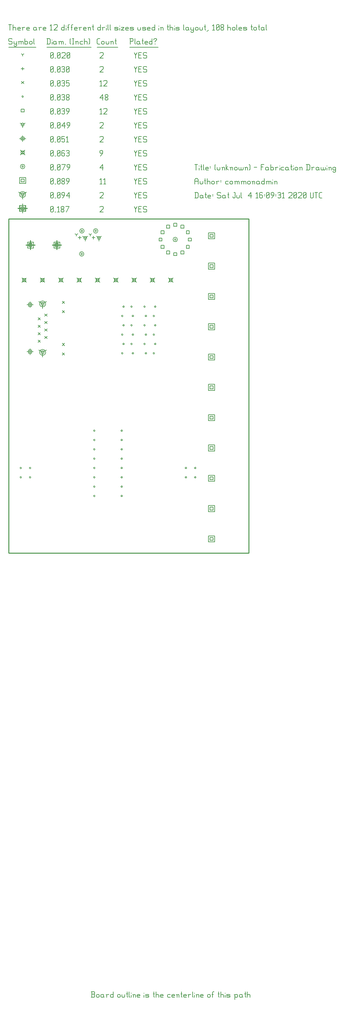
<source format=gbr>
G04 start of page 17 for group -3984 idx -3984 *
G04 Title: (unknown), fab *
G04 Creator: pcb 4.2.0 *
G04 CreationDate: Sat Jul  4 16:09:31 2020 UTC *
G04 For: commonadmin *
G04 Format: Gerber/RS-274X *
G04 PCB-Dimensions (mil): 3500.00 8250.00 *
G04 PCB-Coordinate-Origin: lower left *
%MOIN*%
%FSLAX25Y25*%
%LNFAB*%
%ADD211C,0.0100*%
%ADD210C,0.0075*%
%ADD209C,0.0060*%
%ADD208R,0.0080X0.0080*%
G54D208*X23500Y801800D02*Y792200D01*
X18700Y797000D02*X28300D01*
X21900Y798600D02*X25100D01*
X21900D02*Y795400D01*
X25100D01*
Y798600D02*Y795400D01*
X20300Y800200D02*X26700D01*
X20300D02*Y793800D01*
X26700D01*
Y800200D02*Y793800D01*
X51846Y801800D02*Y792200D01*
X47046Y797000D02*X56646D01*
X50246Y798600D02*X53446D01*
X50246D02*Y795400D01*
X53446D01*
Y798600D02*Y795400D01*
X48646Y800200D02*X55046D01*
X48646D02*Y793800D01*
X55046D01*
Y800200D02*Y793800D01*
X15000Y841050D02*Y831450D01*
X10200Y836250D02*X19800D01*
X13400Y837850D02*X16600D01*
X13400D02*Y834650D01*
X16600D01*
Y837850D02*Y834650D01*
X11800Y839450D02*X18200D01*
X11800D02*Y833050D01*
X18200D01*
Y839450D02*Y833050D01*
G54D209*X135000Y838500D02*X136500Y835500D01*
X138000Y838500D01*
X136500Y835500D02*Y832500D01*
X139800Y835800D02*X142050D01*
X139800Y832500D02*X142800D01*
X139800Y838500D02*Y832500D01*
Y838500D02*X142800D01*
X147600D02*X148350Y837750D01*
X145350Y838500D02*X147600D01*
X144600Y837750D02*X145350Y838500D01*
X144600Y837750D02*Y836250D01*
X145350Y835500D01*
X147600D01*
X148350Y834750D01*
Y833250D01*
X147600Y832500D02*X148350Y833250D01*
X145350Y832500D02*X147600D01*
X144600Y833250D02*X145350Y832500D01*
X98000Y837750D02*X98750Y838500D01*
X101000D01*
X101750Y837750D01*
Y836250D01*
X98000Y832500D02*X101750Y836250D01*
X98000Y832500D02*X101750D01*
X45000Y833250D02*X45750Y832500D01*
X45000Y837750D02*Y833250D01*
Y837750D02*X45750Y838500D01*
X47250D01*
X48000Y837750D01*
Y833250D01*
X47250Y832500D02*X48000Y833250D01*
X45750Y832500D02*X47250D01*
X45000Y834000D02*X48000Y837000D01*
X49800Y832500D02*X50550D01*
X52350Y837300D02*X53550Y838500D01*
Y832500D01*
X52350D02*X54600D01*
X56400Y833250D02*X57150Y832500D01*
X56400Y834450D02*Y833250D01*
Y834450D02*X57450Y835500D01*
X58350D01*
X59400Y834450D01*
Y833250D01*
X58650Y832500D02*X59400Y833250D01*
X57150Y832500D02*X58650D01*
X56400Y836550D02*X57450Y835500D01*
X56400Y837750D02*Y836550D01*
Y837750D02*X57150Y838500D01*
X58650D01*
X59400Y837750D01*
Y836550D01*
X58350Y835500D02*X59400Y836550D01*
X61950Y832500D02*X64950Y838500D01*
X61200D02*X64950D01*
X36500Y682000D02*Y677200D01*
Y682000D02*X40660Y684400D01*
X36500Y682000D02*X32340Y684400D01*
X34900Y682000D02*G75*G03X38100Y682000I1600J0D01*G01*
G75*G03X34900Y682000I-1600J0D01*G01*
X33300D02*G75*G03X39700Y682000I3200J0D01*G01*
G75*G03X33300Y682000I-3200J0D01*G01*
X36500Y733969D02*Y729169D01*
Y733969D02*X40660Y736369D01*
X36500Y733969D02*X32340Y736369D01*
X34900Y733969D02*G75*G03X38100Y733969I1600J0D01*G01*
G75*G03X34900Y733969I-1600J0D01*G01*
X33300D02*G75*G03X39700Y733969I3200J0D01*G01*
G75*G03X33300Y733969I-3200J0D01*G01*
X15000Y851250D02*Y846450D01*
Y851250D02*X19160Y853650D01*
X15000Y851250D02*X10840Y853650D01*
X13400Y851250D02*G75*G03X16600Y851250I1600J0D01*G01*
G75*G03X13400Y851250I-1600J0D01*G01*
X11800D02*G75*G03X18200Y851250I3200J0D01*G01*
G75*G03X11800Y851250I-3200J0D01*G01*
X135000Y853500D02*X136500Y850500D01*
X138000Y853500D01*
X136500Y850500D02*Y847500D01*
X139800Y850800D02*X142050D01*
X139800Y847500D02*X142800D01*
X139800Y853500D02*Y847500D01*
Y853500D02*X142800D01*
X147600D02*X148350Y852750D01*
X145350Y853500D02*X147600D01*
X144600Y852750D02*X145350Y853500D01*
X144600Y852750D02*Y851250D01*
X145350Y850500D01*
X147600D01*
X148350Y849750D01*
Y848250D01*
X147600Y847500D02*X148350Y848250D01*
X145350Y847500D02*X147600D01*
X144600Y848250D02*X145350Y847500D01*
X98000Y852750D02*X98750Y853500D01*
X101000D01*
X101750Y852750D01*
Y851250D01*
X98000Y847500D02*X101750Y851250D01*
X98000Y847500D02*X101750D01*
X45000Y848250D02*X45750Y847500D01*
X45000Y852750D02*Y848250D01*
Y852750D02*X45750Y853500D01*
X47250D01*
X48000Y852750D01*
Y848250D01*
X47250Y847500D02*X48000Y848250D01*
X45750Y847500D02*X47250D01*
X45000Y849000D02*X48000Y852000D01*
X49800Y847500D02*X50550D01*
X52350Y848250D02*X53100Y847500D01*
X52350Y852750D02*Y848250D01*
Y852750D02*X53100Y853500D01*
X54600D01*
X55350Y852750D01*
Y848250D01*
X54600Y847500D02*X55350Y848250D01*
X53100Y847500D02*X54600D01*
X52350Y849000D02*X55350Y852000D01*
X57900Y847500D02*X60150Y850500D01*
Y852750D02*Y850500D01*
X59400Y853500D02*X60150Y852750D01*
X57900Y853500D02*X59400D01*
X57150Y852750D02*X57900Y853500D01*
X57150Y852750D02*Y851250D01*
X57900Y850500D01*
X60150D01*
X61950Y849750D02*X64950Y853500D01*
X61950Y849750D02*X65700D01*
X64950Y853500D02*Y847500D01*
X216400Y483600D02*X219600D01*
X216400D02*Y480400D01*
X219600D01*
Y483600D02*Y480400D01*
X214800Y485200D02*X221200D01*
X214800D02*Y478800D01*
X221200D01*
Y485200D02*Y478800D01*
X216400Y516100D02*X219600D01*
X216400D02*Y512900D01*
X219600D01*
Y516100D02*Y512900D01*
X214800Y517700D02*X221200D01*
X214800D02*Y511300D01*
X221200D01*
Y517700D02*Y511300D01*
X216400Y808600D02*X219600D01*
X216400D02*Y805400D01*
X219600D01*
Y808600D02*Y805400D01*
X214800Y810200D02*X221200D01*
X214800D02*Y803800D01*
X221200D01*
Y810200D02*Y803800D01*
X216400Y776100D02*X219600D01*
X216400D02*Y772900D01*
X219600D01*
Y776100D02*Y772900D01*
X214800Y777700D02*X221200D01*
X214800D02*Y771300D01*
X221200D01*
Y777700D02*Y771300D01*
X216400Y743600D02*X219600D01*
X216400D02*Y740400D01*
X219600D01*
Y743600D02*Y740400D01*
X214800Y745200D02*X221200D01*
X214800D02*Y738800D01*
X221200D01*
Y745200D02*Y738800D01*
X216400Y711100D02*X219600D01*
X216400D02*Y707900D01*
X219600D01*
Y711100D02*Y707900D01*
X214800Y712700D02*X221200D01*
X214800D02*Y706300D01*
X221200D01*
Y712700D02*Y706300D01*
X216400Y678600D02*X219600D01*
X216400D02*Y675400D01*
X219600D01*
Y678600D02*Y675400D01*
X214800Y680200D02*X221200D01*
X214800D02*Y673800D01*
X221200D01*
Y680200D02*Y673800D01*
X216400Y646100D02*X219600D01*
X216400D02*Y642900D01*
X219600D01*
Y646100D02*Y642900D01*
X214800Y647700D02*X221200D01*
X214800D02*Y641300D01*
X221200D01*
Y647700D02*Y641300D01*
X216400Y613600D02*X219600D01*
X216400D02*Y610400D01*
X219600D01*
Y613600D02*Y610400D01*
X214800Y615200D02*X221200D01*
X214800D02*Y608800D01*
X221200D01*
Y615200D02*Y608800D01*
X216400Y581100D02*X219600D01*
X216400D02*Y577900D01*
X219600D01*
Y581100D02*Y577900D01*
X214800Y582700D02*X221200D01*
X214800D02*Y576300D01*
X221200D01*
Y582700D02*Y576300D01*
X216400Y548600D02*X219600D01*
X216400D02*Y545400D01*
X219600D01*
Y548600D02*Y545400D01*
X214800Y550200D02*X221200D01*
X214800D02*Y543800D01*
X221200D01*
Y550200D02*Y543800D01*
X13400Y867850D02*X16600D01*
X13400D02*Y864650D01*
X16600D01*
Y867850D02*Y864650D01*
X11800Y869450D02*X18200D01*
X11800D02*Y863050D01*
X18200D01*
Y869450D02*Y863050D01*
X135000Y868500D02*X136500Y865500D01*
X138000Y868500D01*
X136500Y865500D02*Y862500D01*
X139800Y865800D02*X142050D01*
X139800Y862500D02*X142800D01*
X139800Y868500D02*Y862500D01*
Y868500D02*X142800D01*
X147600D02*X148350Y867750D01*
X145350Y868500D02*X147600D01*
X144600Y867750D02*X145350Y868500D01*
X144600Y867750D02*Y866250D01*
X145350Y865500D01*
X147600D01*
X148350Y864750D01*
Y863250D01*
X147600Y862500D02*X148350Y863250D01*
X145350Y862500D02*X147600D01*
X144600Y863250D02*X145350Y862500D01*
X98000Y867300D02*X99200Y868500D01*
Y862500D01*
X98000D02*X100250D01*
X102050Y867300D02*X103250Y868500D01*
Y862500D01*
X102050D02*X104300D01*
X45000Y863250D02*X45750Y862500D01*
X45000Y867750D02*Y863250D01*
Y867750D02*X45750Y868500D01*
X47250D01*
X48000Y867750D01*
Y863250D01*
X47250Y862500D02*X48000Y863250D01*
X45750Y862500D02*X47250D01*
X45000Y864000D02*X48000Y867000D01*
X49800Y862500D02*X50550D01*
X52350Y863250D02*X53100Y862500D01*
X52350Y867750D02*Y863250D01*
Y867750D02*X53100Y868500D01*
X54600D01*
X55350Y867750D01*
Y863250D01*
X54600Y862500D02*X55350Y863250D01*
X53100Y862500D02*X54600D01*
X52350Y864000D02*X55350Y867000D01*
X57150Y863250D02*X57900Y862500D01*
X57150Y864450D02*Y863250D01*
Y864450D02*X58200Y865500D01*
X59100D01*
X60150Y864450D01*
Y863250D01*
X59400Y862500D02*X60150Y863250D01*
X57900Y862500D02*X59400D01*
X57150Y866550D02*X58200Y865500D01*
X57150Y867750D02*Y866550D01*
Y867750D02*X57900Y868500D01*
X59400D01*
X60150Y867750D01*
Y866550D01*
X59100Y865500D02*X60150Y866550D01*
X62700Y862500D02*X64950Y865500D01*
Y867750D02*Y865500D01*
X64200Y868500D02*X64950Y867750D01*
X62700Y868500D02*X64200D01*
X61950Y867750D02*X62700Y868500D01*
X61950Y867750D02*Y866250D01*
X62700Y865500D01*
X64950D01*
X178200Y803000D02*G75*G03X179800Y803000I800J0D01*G01*
G75*G03X178200Y803000I-800J0D01*G01*
X176600D02*G75*G03X181400Y803000I2400J0D01*G01*
G75*G03X176600Y803000I-2400J0D01*G01*
X77700Y787500D02*G75*G03X79300Y787500I800J0D01*G01*
G75*G03X77700Y787500I-800J0D01*G01*
X76100D02*G75*G03X80900Y787500I2400J0D01*G01*
G75*G03X76100Y787500I-2400J0D01*G01*
X77940Y812205D02*G75*G03X79540Y812205I800J0D01*G01*
G75*G03X77940Y812205I-800J0D01*G01*
X76340D02*G75*G03X81140Y812205I2400J0D01*G01*
G75*G03X76340Y812205I-2400J0D01*G01*
X92704D02*G75*G03X94304Y812205I800J0D01*G01*
G75*G03X92704Y812205I-800J0D01*G01*
X91104D02*G75*G03X95904Y812205I2400J0D01*G01*
G75*G03X91104Y812205I-2400J0D01*G01*
X14200Y881250D02*G75*G03X15800Y881250I800J0D01*G01*
G75*G03X14200Y881250I-800J0D01*G01*
X12600D02*G75*G03X17400Y881250I2400J0D01*G01*
G75*G03X12600Y881250I-2400J0D01*G01*
X135000Y883500D02*X136500Y880500D01*
X138000Y883500D01*
X136500Y880500D02*Y877500D01*
X139800Y880800D02*X142050D01*
X139800Y877500D02*X142800D01*
X139800Y883500D02*Y877500D01*
Y883500D02*X142800D01*
X147600D02*X148350Y882750D01*
X145350Y883500D02*X147600D01*
X144600Y882750D02*X145350Y883500D01*
X144600Y882750D02*Y881250D01*
X145350Y880500D01*
X147600D01*
X148350Y879750D01*
Y878250D01*
X147600Y877500D02*X148350Y878250D01*
X145350Y877500D02*X147600D01*
X144600Y878250D02*X145350Y877500D01*
X98000Y879750D02*X101000Y883500D01*
X98000Y879750D02*X101750D01*
X101000Y883500D02*Y877500D01*
X45000Y878250D02*X45750Y877500D01*
X45000Y882750D02*Y878250D01*
Y882750D02*X45750Y883500D01*
X47250D01*
X48000Y882750D01*
Y878250D01*
X47250Y877500D02*X48000Y878250D01*
X45750Y877500D02*X47250D01*
X45000Y879000D02*X48000Y882000D01*
X49800Y877500D02*X50550D01*
X52350Y878250D02*X53100Y877500D01*
X52350Y882750D02*Y878250D01*
Y882750D02*X53100Y883500D01*
X54600D01*
X55350Y882750D01*
Y878250D01*
X54600Y877500D02*X55350Y878250D01*
X53100Y877500D02*X54600D01*
X52350Y879000D02*X55350Y882000D01*
X57900Y877500D02*X60900Y883500D01*
X57150D02*X60900D01*
X63450Y877500D02*X65700Y880500D01*
Y882750D02*Y880500D01*
X64950Y883500D02*X65700Y882750D01*
X63450Y883500D02*X64950D01*
X62700Y882750D02*X63450Y883500D01*
X62700Y882750D02*Y881250D01*
X63450Y880500D01*
X65700D01*
X14360Y761900D02*X19160Y757100D01*
X14360D02*X19160Y761900D01*
X15160Y761100D02*X18360D01*
X15160D02*Y757900D01*
X18360D01*
Y761100D02*Y757900D01*
X34045Y761900D02*X38845Y757100D01*
X34045D02*X38845Y761900D01*
X34845Y761100D02*X38045D01*
X34845D02*Y757900D01*
X38045D01*
Y761100D02*Y757900D01*
X53730Y761900D02*X58530Y757100D01*
X53730D02*X58530Y761900D01*
X54530Y761100D02*X57730D01*
X54530D02*Y757900D01*
X57730D01*
Y761100D02*Y757900D01*
X73415Y761900D02*X78215Y757100D01*
X73415D02*X78215Y761900D01*
X74215Y761100D02*X77415D01*
X74215D02*Y757900D01*
X77415D01*
Y761100D02*Y757900D01*
X93100Y761900D02*X97900Y757100D01*
X93100D02*X97900Y761900D01*
X93900Y761100D02*X97100D01*
X93900D02*Y757900D01*
X97100D01*
Y761100D02*Y757900D01*
X112785Y761900D02*X117585Y757100D01*
X112785D02*X117585Y761900D01*
X113585Y761100D02*X116785D01*
X113585D02*Y757900D01*
X116785D01*
Y761100D02*Y757900D01*
X132470Y761900D02*X137270Y757100D01*
X132470D02*X137270Y761900D01*
X133270Y761100D02*X136470D01*
X133270D02*Y757900D01*
X136470D01*
Y761100D02*Y757900D01*
X152155Y761900D02*X156955Y757100D01*
X152155D02*X156955Y761900D01*
X152955Y761100D02*X156155D01*
X152955D02*Y757900D01*
X156155D01*
Y761100D02*Y757900D01*
X171840Y761900D02*X176640Y757100D01*
X171840D02*X176640Y761900D01*
X172640Y761100D02*X175840D01*
X172640D02*Y757900D01*
X175840D01*
Y761100D02*Y757900D01*
X12600Y898650D02*X17400Y893850D01*
X12600D02*X17400Y898650D01*
X13400Y897850D02*X16600D01*
X13400D02*Y894650D01*
X16600D01*
Y897850D02*Y894650D01*
X135000Y898500D02*X136500Y895500D01*
X138000Y898500D01*
X136500Y895500D02*Y892500D01*
X139800Y895800D02*X142050D01*
X139800Y892500D02*X142800D01*
X139800Y898500D02*Y892500D01*
Y898500D02*X142800D01*
X147600D02*X148350Y897750D01*
X145350Y898500D02*X147600D01*
X144600Y897750D02*X145350Y898500D01*
X144600Y897750D02*Y896250D01*
X145350Y895500D01*
X147600D01*
X148350Y894750D01*
Y893250D01*
X147600Y892500D02*X148350Y893250D01*
X145350Y892500D02*X147600D01*
X144600Y893250D02*X145350Y892500D01*
X98750D02*X101000Y895500D01*
Y897750D02*Y895500D01*
X100250Y898500D02*X101000Y897750D01*
X98750Y898500D02*X100250D01*
X98000Y897750D02*X98750Y898500D01*
X98000Y897750D02*Y896250D01*
X98750Y895500D01*
X101000D01*
X45000Y893250D02*X45750Y892500D01*
X45000Y897750D02*Y893250D01*
Y897750D02*X45750Y898500D01*
X47250D01*
X48000Y897750D01*
Y893250D01*
X47250Y892500D02*X48000Y893250D01*
X45750Y892500D02*X47250D01*
X45000Y894000D02*X48000Y897000D01*
X49800Y892500D02*X50550D01*
X52350Y893250D02*X53100Y892500D01*
X52350Y897750D02*Y893250D01*
Y897750D02*X53100Y898500D01*
X54600D01*
X55350Y897750D01*
Y893250D01*
X54600Y892500D02*X55350Y893250D01*
X53100Y892500D02*X54600D01*
X52350Y894000D02*X55350Y897000D01*
X59400Y898500D02*X60150Y897750D01*
X57900Y898500D02*X59400D01*
X57150Y897750D02*X57900Y898500D01*
X57150Y897750D02*Y893250D01*
X57900Y892500D01*
X59400Y895800D02*X60150Y895050D01*
X57150Y895800D02*X59400D01*
X57900Y892500D02*X59400D01*
X60150Y893250D01*
Y895050D02*Y893250D01*
X61950Y897750D02*X62700Y898500D01*
X64200D01*
X64950Y897750D01*
X64200Y892500D02*X64950Y893250D01*
X62700Y892500D02*X64200D01*
X61950Y893250D02*X62700Y892500D01*
Y895800D02*X64200D01*
X64950Y897750D02*Y896550D01*
Y895050D02*Y893250D01*
Y895050D02*X64200Y895800D01*
X64950Y896550D02*X64200Y895800D01*
X22996Y736381D02*Y729981D01*
X19796Y733181D02*X26196D01*
X21396Y734781D02*X24596D01*
X21396D02*Y731581D01*
X24596D01*
Y734781D02*Y731581D01*
X22996Y685987D02*Y679587D01*
X19796Y682787D02*X26196D01*
X21396Y684387D02*X24596D01*
X21396D02*Y681187D01*
X24596D01*
Y684387D02*Y681187D01*
X15000Y914450D02*Y908050D01*
X11800Y911250D02*X18200D01*
X13400Y912850D02*X16600D01*
X13400D02*Y909650D01*
X16600D01*
Y912850D02*Y909650D01*
X135000Y913500D02*X136500Y910500D01*
X138000Y913500D01*
X136500Y910500D02*Y907500D01*
X139800Y910800D02*X142050D01*
X139800Y907500D02*X142800D01*
X139800Y913500D02*Y907500D01*
Y913500D02*X142800D01*
X147600D02*X148350Y912750D01*
X145350Y913500D02*X147600D01*
X144600Y912750D02*X145350Y913500D01*
X144600Y912750D02*Y911250D01*
X145350Y910500D01*
X147600D01*
X148350Y909750D01*
Y908250D01*
X147600Y907500D02*X148350Y908250D01*
X145350Y907500D02*X147600D01*
X144600Y908250D02*X145350Y907500D01*
X98000Y912750D02*X98750Y913500D01*
X101000D01*
X101750Y912750D01*
Y911250D01*
X98000Y907500D02*X101750Y911250D01*
X98000Y907500D02*X101750D01*
X45000Y908250D02*X45750Y907500D01*
X45000Y912750D02*Y908250D01*
Y912750D02*X45750Y913500D01*
X47250D01*
X48000Y912750D01*
Y908250D01*
X47250Y907500D02*X48000Y908250D01*
X45750Y907500D02*X47250D01*
X45000Y909000D02*X48000Y912000D01*
X49800Y907500D02*X50550D01*
X52350Y908250D02*X53100Y907500D01*
X52350Y912750D02*Y908250D01*
Y912750D02*X53100Y913500D01*
X54600D01*
X55350Y912750D01*
Y908250D01*
X54600Y907500D02*X55350Y908250D01*
X53100Y907500D02*X54600D01*
X52350Y909000D02*X55350Y912000D01*
X57150Y913500D02*X60150D01*
X57150D02*Y910500D01*
X57900Y911250D01*
X59400D01*
X60150Y910500D01*
Y908250D01*
X59400Y907500D02*X60150Y908250D01*
X57900Y907500D02*X59400D01*
X57150Y908250D02*X57900Y907500D01*
X61950Y912300D02*X63150Y913500D01*
Y907500D01*
X61950D02*X64200D01*
X82283Y804724D02*Y801524D01*
Y804724D02*X85057Y806324D01*
X82283Y804724D02*X79510Y806324D01*
X80683Y804724D02*G75*G03X83883Y804724I1600J0D01*G01*
G75*G03X80683Y804724I-1600J0D01*G01*
X97047D02*Y801524D01*
Y804724D02*X99821Y806324D01*
X97047Y804724D02*X94274Y806324D01*
X95447Y804724D02*G75*G03X98647Y804724I1600J0D01*G01*
G75*G03X95447Y804724I-1600J0D01*G01*
X15000Y926250D02*Y923050D01*
Y926250D02*X17773Y927850D01*
X15000Y926250D02*X12227Y927850D01*
X13400Y926250D02*G75*G03X16600Y926250I1600J0D01*G01*
G75*G03X13400Y926250I-1600J0D01*G01*
X135000Y928500D02*X136500Y925500D01*
X138000Y928500D01*
X136500Y925500D02*Y922500D01*
X139800Y925800D02*X142050D01*
X139800Y922500D02*X142800D01*
X139800Y928500D02*Y922500D01*
Y928500D02*X142800D01*
X147600D02*X148350Y927750D01*
X145350Y928500D02*X147600D01*
X144600Y927750D02*X145350Y928500D01*
X144600Y927750D02*Y926250D01*
X145350Y925500D01*
X147600D01*
X148350Y924750D01*
Y923250D01*
X147600Y922500D02*X148350Y923250D01*
X145350Y922500D02*X147600D01*
X144600Y923250D02*X145350Y922500D01*
X98000Y927750D02*X98750Y928500D01*
X101000D01*
X101750Y927750D01*
Y926250D01*
X98000Y922500D02*X101750Y926250D01*
X98000Y922500D02*X101750D01*
X45000Y923250D02*X45750Y922500D01*
X45000Y927750D02*Y923250D01*
Y927750D02*X45750Y928500D01*
X47250D01*
X48000Y927750D01*
Y923250D01*
X47250Y922500D02*X48000Y923250D01*
X45750Y922500D02*X47250D01*
X45000Y924000D02*X48000Y927000D01*
X49800Y922500D02*X50550D01*
X52350Y923250D02*X53100Y922500D01*
X52350Y927750D02*Y923250D01*
Y927750D02*X53100Y928500D01*
X54600D01*
X55350Y927750D01*
Y923250D01*
X54600Y922500D02*X55350Y923250D01*
X53100Y922500D02*X54600D01*
X52350Y924000D02*X55350Y927000D01*
X57150Y924750D02*X60150Y928500D01*
X57150Y924750D02*X60900D01*
X60150Y928500D02*Y922500D01*
X63450D02*X65700Y925500D01*
Y927750D02*Y925500D01*
X64950Y928500D02*X65700Y927750D01*
X63450Y928500D02*X64950D01*
X62700Y927750D02*X63450Y928500D01*
X62700Y927750D02*Y926250D01*
X63450Y925500D01*
X65700D01*
X193148Y804600D02*X196348D01*
X193148D02*Y801400D01*
X196348D01*
Y804600D02*Y801400D01*
X177400Y820348D02*X180600D01*
X177400D02*Y817148D01*
X180600D01*
Y820348D02*Y817148D01*
X161652Y804600D02*X164852D01*
X161652D02*Y801400D01*
X164852D01*
Y804600D02*Y801400D01*
X177400Y788852D02*X180600D01*
X177400D02*Y785652D01*
X180600D01*
Y788852D02*Y785652D01*
X163817Y796726D02*X167017D01*
X163817D02*Y793526D01*
X167017D01*
Y796726D02*Y793526D01*
X169723Y790820D02*X172923D01*
X169723D02*Y787620D01*
X172923D01*
Y790820D02*Y787620D01*
X190983Y796726D02*X194183D01*
X190983D02*Y793526D01*
X194183D01*
Y796726D02*Y793526D01*
X185077Y790820D02*X188277D01*
X185077D02*Y787620D01*
X188277D01*
Y790820D02*Y787620D01*
X190983Y812474D02*X194183D01*
X190983D02*Y809274D01*
X194183D01*
Y812474D02*Y809274D01*
X163817Y812474D02*X167017D01*
X163817D02*Y809274D01*
X167017D01*
Y812474D02*Y809274D01*
X185077Y818380D02*X188277D01*
X185077D02*Y815180D01*
X188277D01*
Y818380D02*Y815180D01*
X169723Y818380D02*X172923D01*
X169723D02*Y815180D01*
X172923D01*
Y818380D02*Y815180D01*
X13400Y942850D02*X16600D01*
X13400D02*Y939650D01*
X16600D01*
Y942850D02*Y939650D01*
X135000Y943500D02*X136500Y940500D01*
X138000Y943500D01*
X136500Y940500D02*Y937500D01*
X139800Y940800D02*X142050D01*
X139800Y937500D02*X142800D01*
X139800Y943500D02*Y937500D01*
Y943500D02*X142800D01*
X147600D02*X148350Y942750D01*
X145350Y943500D02*X147600D01*
X144600Y942750D02*X145350Y943500D01*
X144600Y942750D02*Y941250D01*
X145350Y940500D01*
X147600D01*
X148350Y939750D01*
Y938250D01*
X147600Y937500D02*X148350Y938250D01*
X145350Y937500D02*X147600D01*
X144600Y938250D02*X145350Y937500D01*
X98000Y942300D02*X99200Y943500D01*
Y937500D01*
X98000D02*X100250D01*
X102050Y942750D02*X102800Y943500D01*
X105050D01*
X105800Y942750D01*
Y941250D01*
X102050Y937500D02*X105800Y941250D01*
X102050Y937500D02*X105800D01*
X45000Y938250D02*X45750Y937500D01*
X45000Y942750D02*Y938250D01*
Y942750D02*X45750Y943500D01*
X47250D01*
X48000Y942750D01*
Y938250D01*
X47250Y937500D02*X48000Y938250D01*
X45750Y937500D02*X47250D01*
X45000Y939000D02*X48000Y942000D01*
X49800Y937500D02*X50550D01*
X52350Y938250D02*X53100Y937500D01*
X52350Y942750D02*Y938250D01*
Y942750D02*X53100Y943500D01*
X54600D01*
X55350Y942750D01*
Y938250D01*
X54600Y937500D02*X55350Y938250D01*
X53100Y937500D02*X54600D01*
X52350Y939000D02*X55350Y942000D01*
X57150Y942750D02*X57900Y943500D01*
X59400D01*
X60150Y942750D01*
X59400Y937500D02*X60150Y938250D01*
X57900Y937500D02*X59400D01*
X57150Y938250D02*X57900Y937500D01*
Y940800D02*X59400D01*
X60150Y942750D02*Y941550D01*
Y940050D02*Y938250D01*
Y940050D02*X59400Y940800D01*
X60150Y941550D02*X59400Y940800D01*
X62700Y937500D02*X64950Y940500D01*
Y942750D02*Y940500D01*
X64200Y943500D02*X64950Y942750D01*
X62700Y943500D02*X64200D01*
X61950Y942750D02*X62700Y943500D01*
X61950Y942750D02*Y941250D01*
X62700Y940500D01*
X64950D01*
X145200Y731000D02*G75*G03X146800Y731000I800J0D01*G01*
G75*G03X145200Y731000I-800J0D01*G01*
X156700D02*G75*G03X158300Y731000I800J0D01*G01*
G75*G03X156700Y731000I-800J0D01*G01*
X155200Y721000D02*G75*G03X156800Y721000I800J0D01*G01*
G75*G03X155200Y721000I-800J0D01*G01*
X146700D02*G75*G03X148300Y721000I800J0D01*G01*
G75*G03X146700Y721000I-800J0D01*G01*
X145200Y711000D02*G75*G03X146800Y711000I800J0D01*G01*
G75*G03X145200Y711000I-800J0D01*G01*
X146700Y701000D02*G75*G03X148300Y701000I800J0D01*G01*
G75*G03X146700Y701000I-800J0D01*G01*
X145200Y691000D02*G75*G03X146800Y691000I800J0D01*G01*
G75*G03X145200Y691000I-800J0D01*G01*
X146700Y681000D02*G75*G03X148300Y681000I800J0D01*G01*
G75*G03X146700Y681000I-800J0D01*G01*
X156700Y711000D02*G75*G03X158300Y711000I800J0D01*G01*
G75*G03X156700Y711000I-800J0D01*G01*
X155200Y701000D02*G75*G03X156800Y701000I800J0D01*G01*
G75*G03X155200Y701000I-800J0D01*G01*
X156700Y691000D02*G75*G03X158300Y691000I800J0D01*G01*
G75*G03X156700Y691000I-800J0D01*G01*
X155200Y681000D02*G75*G03X156800Y681000I800J0D01*G01*
G75*G03X155200Y681000I-800J0D01*G01*
X122700Y731000D02*G75*G03X124300Y731000I800J0D01*G01*
G75*G03X122700Y731000I-800J0D01*G01*
X121200Y721000D02*G75*G03X122800Y721000I800J0D01*G01*
G75*G03X121200Y721000I-800J0D01*G01*
X122700Y711000D02*G75*G03X124300Y711000I800J0D01*G01*
G75*G03X122700Y711000I-800J0D01*G01*
X121200Y701000D02*G75*G03X122800Y701000I800J0D01*G01*
G75*G03X121200Y701000I-800J0D01*G01*
X131200Y731000D02*G75*G03X132800Y731000I800J0D01*G01*
G75*G03X131200Y731000I-800J0D01*G01*
X132700Y721000D02*G75*G03X134300Y721000I800J0D01*G01*
G75*G03X132700Y721000I-800J0D01*G01*
X131200Y711000D02*G75*G03X132800Y711000I800J0D01*G01*
G75*G03X131200Y711000I-800J0D01*G01*
X132700Y701000D02*G75*G03X134300Y701000I800J0D01*G01*
G75*G03X132700Y701000I-800J0D01*G01*
X131200Y691000D02*G75*G03X132800Y691000I800J0D01*G01*
G75*G03X131200Y691000I-800J0D01*G01*
X122700D02*G75*G03X124300Y691000I800J0D01*G01*
G75*G03X122700Y691000I-800J0D01*G01*
X121200Y681000D02*G75*G03X122800Y681000I800J0D01*G01*
G75*G03X121200Y681000I-800J0D01*G01*
X132700D02*G75*G03X134300Y681000I800J0D01*G01*
G75*G03X132700Y681000I-800J0D01*G01*
X91200Y598000D02*G75*G03X92800Y598000I800J0D01*G01*
G75*G03X91200Y598000I-800J0D01*G01*
Y588000D02*G75*G03X92800Y588000I800J0D01*G01*
G75*G03X91200Y588000I-800J0D01*G01*
Y578000D02*G75*G03X92800Y578000I800J0D01*G01*
G75*G03X91200Y578000I-800J0D01*G01*
Y568000D02*G75*G03X92800Y568000I800J0D01*G01*
G75*G03X91200Y568000I-800J0D01*G01*
Y558000D02*G75*G03X92800Y558000I800J0D01*G01*
G75*G03X91200Y558000I-800J0D01*G01*
Y548000D02*G75*G03X92800Y548000I800J0D01*G01*
G75*G03X91200Y548000I-800J0D01*G01*
Y538000D02*G75*G03X92800Y538000I800J0D01*G01*
G75*G03X91200Y538000I-800J0D01*G01*
Y528000D02*G75*G03X92800Y528000I800J0D01*G01*
G75*G03X91200Y528000I-800J0D01*G01*
X120700Y598000D02*G75*G03X122300Y598000I800J0D01*G01*
G75*G03X120700Y598000I-800J0D01*G01*
Y588000D02*G75*G03X122300Y588000I800J0D01*G01*
G75*G03X120700Y588000I-800J0D01*G01*
Y578000D02*G75*G03X122300Y578000I800J0D01*G01*
G75*G03X120700Y578000I-800J0D01*G01*
Y568000D02*G75*G03X122300Y568000I800J0D01*G01*
G75*G03X120700Y568000I-800J0D01*G01*
Y558000D02*G75*G03X122300Y558000I800J0D01*G01*
G75*G03X120700Y558000I-800J0D01*G01*
Y548000D02*G75*G03X122300Y548000I800J0D01*G01*
G75*G03X120700Y548000I-800J0D01*G01*
Y538000D02*G75*G03X122300Y538000I800J0D01*G01*
G75*G03X120700Y538000I-800J0D01*G01*
Y528000D02*G75*G03X122300Y528000I800J0D01*G01*
G75*G03X120700Y528000I-800J0D01*G01*
X12200Y558000D02*G75*G03X13800Y558000I800J0D01*G01*
G75*G03X12200Y558000I-800J0D01*G01*
Y548000D02*G75*G03X13800Y548000I800J0D01*G01*
G75*G03X12200Y548000I-800J0D01*G01*
X22200D02*G75*G03X23800Y548000I800J0D01*G01*
G75*G03X22200Y548000I-800J0D01*G01*
Y558000D02*G75*G03X23800Y558000I800J0D01*G01*
G75*G03X22200Y558000I-800J0D01*G01*
X189700D02*G75*G03X191300Y558000I800J0D01*G01*
G75*G03X189700Y558000I-800J0D01*G01*
Y548000D02*G75*G03X191300Y548000I800J0D01*G01*
G75*G03X189700Y548000I-800J0D01*G01*
X199700D02*G75*G03X201300Y548000I800J0D01*G01*
G75*G03X199700Y548000I-800J0D01*G01*
Y558000D02*G75*G03X201300Y558000I800J0D01*G01*
G75*G03X199700Y558000I-800J0D01*G01*
X14200Y956250D02*G75*G03X15800Y956250I800J0D01*G01*
G75*G03X14200Y956250I-800J0D01*G01*
X135000Y958500D02*X136500Y955500D01*
X138000Y958500D01*
X136500Y955500D02*Y952500D01*
X139800Y955800D02*X142050D01*
X139800Y952500D02*X142800D01*
X139800Y958500D02*Y952500D01*
Y958500D02*X142800D01*
X147600D02*X148350Y957750D01*
X145350Y958500D02*X147600D01*
X144600Y957750D02*X145350Y958500D01*
X144600Y957750D02*Y956250D01*
X145350Y955500D01*
X147600D01*
X148350Y954750D01*
Y953250D01*
X147600Y952500D02*X148350Y953250D01*
X145350Y952500D02*X147600D01*
X144600Y953250D02*X145350Y952500D01*
X98000Y954750D02*X101000Y958500D01*
X98000Y954750D02*X101750D01*
X101000Y958500D02*Y952500D01*
X103550Y953250D02*X104300Y952500D01*
X103550Y954450D02*Y953250D01*
Y954450D02*X104600Y955500D01*
X105500D01*
X106550Y954450D01*
Y953250D01*
X105800Y952500D02*X106550Y953250D01*
X104300Y952500D02*X105800D01*
X103550Y956550D02*X104600Y955500D01*
X103550Y957750D02*Y956550D01*
Y957750D02*X104300Y958500D01*
X105800D01*
X106550Y957750D01*
Y956550D01*
X105500Y955500D02*X106550Y956550D01*
X45000Y953250D02*X45750Y952500D01*
X45000Y957750D02*Y953250D01*
Y957750D02*X45750Y958500D01*
X47250D01*
X48000Y957750D01*
Y953250D01*
X47250Y952500D02*X48000Y953250D01*
X45750Y952500D02*X47250D01*
X45000Y954000D02*X48000Y957000D01*
X49800Y952500D02*X50550D01*
X52350Y953250D02*X53100Y952500D01*
X52350Y957750D02*Y953250D01*
Y957750D02*X53100Y958500D01*
X54600D01*
X55350Y957750D01*
Y953250D01*
X54600Y952500D02*X55350Y953250D01*
X53100Y952500D02*X54600D01*
X52350Y954000D02*X55350Y957000D01*
X57150Y957750D02*X57900Y958500D01*
X59400D01*
X60150Y957750D01*
X59400Y952500D02*X60150Y953250D01*
X57900Y952500D02*X59400D01*
X57150Y953250D02*X57900Y952500D01*
Y955800D02*X59400D01*
X60150Y957750D02*Y956550D01*
Y955050D02*Y953250D01*
Y955050D02*X59400Y955800D01*
X60150Y956550D02*X59400Y955800D01*
X61950Y953250D02*X62700Y952500D01*
X61950Y954450D02*Y953250D01*
Y954450D02*X63000Y955500D01*
X63900D01*
X64950Y954450D01*
Y953250D01*
X64200Y952500D02*X64950Y953250D01*
X62700Y952500D02*X64200D01*
X61950Y956550D02*X63000Y955500D01*
X61950Y957750D02*Y956550D01*
Y957750D02*X62700Y958500D01*
X64200D01*
X64950Y957750D01*
Y956550D01*
X63900Y955500D02*X64950Y956550D01*
X57780Y726704D02*X60180Y724304D01*
X57780D02*X60180Y726704D01*
X57780Y736743D02*X60180Y734343D01*
X57780D02*X60180Y736743D01*
X31757Y711192D02*X34157Y708792D01*
X31757D02*X34157Y711192D01*
X31757Y719224D02*X34157Y716824D01*
X31757D02*X34157Y719224D01*
X31757Y703161D02*X34157Y700761D01*
X31757D02*X34157Y703161D01*
X31757Y695129D02*X34157Y692729D01*
X31757D02*X34157Y695129D01*
X38843Y707176D02*X41243Y704776D01*
X38843D02*X41243Y707176D01*
X38843Y699145D02*X41243Y696745D01*
X38843D02*X41243Y699145D01*
X38843Y715208D02*X41243Y712808D01*
X38843D02*X41243Y715208D01*
X38843Y723239D02*X41243Y720839D01*
X38843D02*X41243Y723239D01*
X57780Y681625D02*X60180Y679225D01*
X57780D02*X60180Y681625D01*
X57780Y691665D02*X60180Y689265D01*
X57780D02*X60180Y691665D01*
X13800Y972450D02*X16200Y970050D01*
X13800D02*X16200Y972450D01*
X135000Y973500D02*X136500Y970500D01*
X138000Y973500D01*
X136500Y970500D02*Y967500D01*
X139800Y970800D02*X142050D01*
X139800Y967500D02*X142800D01*
X139800Y973500D02*Y967500D01*
Y973500D02*X142800D01*
X147600D02*X148350Y972750D01*
X145350Y973500D02*X147600D01*
X144600Y972750D02*X145350Y973500D01*
X144600Y972750D02*Y971250D01*
X145350Y970500D01*
X147600D01*
X148350Y969750D01*
Y968250D01*
X147600Y967500D02*X148350Y968250D01*
X145350Y967500D02*X147600D01*
X144600Y968250D02*X145350Y967500D01*
X98000Y972300D02*X99200Y973500D01*
Y967500D01*
X98000D02*X100250D01*
X102050Y972750D02*X102800Y973500D01*
X105050D01*
X105800Y972750D01*
Y971250D01*
X102050Y967500D02*X105800Y971250D01*
X102050Y967500D02*X105800D01*
X45000Y968250D02*X45750Y967500D01*
X45000Y972750D02*Y968250D01*
Y972750D02*X45750Y973500D01*
X47250D01*
X48000Y972750D01*
Y968250D01*
X47250Y967500D02*X48000Y968250D01*
X45750Y967500D02*X47250D01*
X45000Y969000D02*X48000Y972000D01*
X49800Y967500D02*X50550D01*
X52350Y968250D02*X53100Y967500D01*
X52350Y972750D02*Y968250D01*
Y972750D02*X53100Y973500D01*
X54600D01*
X55350Y972750D01*
Y968250D01*
X54600Y967500D02*X55350Y968250D01*
X53100Y967500D02*X54600D01*
X52350Y969000D02*X55350Y972000D01*
X57150Y972750D02*X57900Y973500D01*
X59400D01*
X60150Y972750D01*
X59400Y967500D02*X60150Y968250D01*
X57900Y967500D02*X59400D01*
X57150Y968250D02*X57900Y967500D01*
Y970800D02*X59400D01*
X60150Y972750D02*Y971550D01*
Y970050D02*Y968250D01*
Y970050D02*X59400Y970800D01*
X60150Y971550D02*X59400Y970800D01*
X61950Y973500D02*X64950D01*
X61950D02*Y970500D01*
X62700Y971250D01*
X64200D01*
X64950Y970500D01*
Y968250D01*
X64200Y967500D02*X64950Y968250D01*
X62700Y967500D02*X64200D01*
X61950Y968250D02*X62700Y967500D01*
X76378Y806718D02*Y803518D01*
X74778Y805118D02*X77978D01*
X91142Y806718D02*Y803518D01*
X89542Y805118D02*X92742D01*
X15000Y987850D02*Y984650D01*
X13400Y986250D02*X16600D01*
X135000Y988500D02*X136500Y985500D01*
X138000Y988500D01*
X136500Y985500D02*Y982500D01*
X139800Y985800D02*X142050D01*
X139800Y982500D02*X142800D01*
X139800Y988500D02*Y982500D01*
Y988500D02*X142800D01*
X147600D02*X148350Y987750D01*
X145350Y988500D02*X147600D01*
X144600Y987750D02*X145350Y988500D01*
X144600Y987750D02*Y986250D01*
X145350Y985500D01*
X147600D01*
X148350Y984750D01*
Y983250D01*
X147600Y982500D02*X148350Y983250D01*
X145350Y982500D02*X147600D01*
X144600Y983250D02*X145350Y982500D01*
X98000Y987750D02*X98750Y988500D01*
X101000D01*
X101750Y987750D01*
Y986250D01*
X98000Y982500D02*X101750Y986250D01*
X98000Y982500D02*X101750D01*
X45000Y983250D02*X45750Y982500D01*
X45000Y987750D02*Y983250D01*
Y987750D02*X45750Y988500D01*
X47250D01*
X48000Y987750D01*
Y983250D01*
X47250Y982500D02*X48000Y983250D01*
X45750Y982500D02*X47250D01*
X45000Y984000D02*X48000Y987000D01*
X49800Y982500D02*X50550D01*
X52350Y983250D02*X53100Y982500D01*
X52350Y987750D02*Y983250D01*
Y987750D02*X53100Y988500D01*
X54600D01*
X55350Y987750D01*
Y983250D01*
X54600Y982500D02*X55350Y983250D01*
X53100Y982500D02*X54600D01*
X52350Y984000D02*X55350Y987000D01*
X57150Y987750D02*X57900Y988500D01*
X59400D01*
X60150Y987750D01*
X59400Y982500D02*X60150Y983250D01*
X57900Y982500D02*X59400D01*
X57150Y983250D02*X57900Y982500D01*
Y985800D02*X59400D01*
X60150Y987750D02*Y986550D01*
Y985050D02*Y983250D01*
Y985050D02*X59400Y985800D01*
X60150Y986550D02*X59400Y985800D01*
X61950Y983250D02*X62700Y982500D01*
X61950Y987750D02*Y983250D01*
Y987750D02*X62700Y988500D01*
X64200D01*
X64950Y987750D01*
Y983250D01*
X64200Y982500D02*X64950Y983250D01*
X62700Y982500D02*X64200D01*
X61950Y984000D02*X64950Y987000D01*
X72835Y808268D02*Y806668D01*
Y808268D02*X74221Y809068D01*
X72835Y808268D02*X71448Y809068D01*
X87598Y808268D02*Y806668D01*
Y808268D02*X88985Y809068D01*
X87598Y808268D02*X86212Y809068D01*
X15000Y1001250D02*Y999650D01*
Y1001250D02*X16387Y1002050D01*
X15000Y1001250D02*X13613Y1002050D01*
X135000Y1003500D02*X136500Y1000500D01*
X138000Y1003500D01*
X136500Y1000500D02*Y997500D01*
X139800Y1000800D02*X142050D01*
X139800Y997500D02*X142800D01*
X139800Y1003500D02*Y997500D01*
Y1003500D02*X142800D01*
X147600D02*X148350Y1002750D01*
X145350Y1003500D02*X147600D01*
X144600Y1002750D02*X145350Y1003500D01*
X144600Y1002750D02*Y1001250D01*
X145350Y1000500D01*
X147600D01*
X148350Y999750D01*
Y998250D01*
X147600Y997500D02*X148350Y998250D01*
X145350Y997500D02*X147600D01*
X144600Y998250D02*X145350Y997500D01*
X98000Y1002750D02*X98750Y1003500D01*
X101000D01*
X101750Y1002750D01*
Y1001250D01*
X98000Y997500D02*X101750Y1001250D01*
X98000Y997500D02*X101750D01*
X45000Y998250D02*X45750Y997500D01*
X45000Y1002750D02*Y998250D01*
Y1002750D02*X45750Y1003500D01*
X47250D01*
X48000Y1002750D01*
Y998250D01*
X47250Y997500D02*X48000Y998250D01*
X45750Y997500D02*X47250D01*
X45000Y999000D02*X48000Y1002000D01*
X49800Y997500D02*X50550D01*
X52350Y998250D02*X53100Y997500D01*
X52350Y1002750D02*Y998250D01*
Y1002750D02*X53100Y1003500D01*
X54600D01*
X55350Y1002750D01*
Y998250D01*
X54600Y997500D02*X55350Y998250D01*
X53100Y997500D02*X54600D01*
X52350Y999000D02*X55350Y1002000D01*
X57150Y1002750D02*X57900Y1003500D01*
X60150D01*
X60900Y1002750D01*
Y1001250D01*
X57150Y997500D02*X60900Y1001250D01*
X57150Y997500D02*X60900D01*
X62700Y998250D02*X63450Y997500D01*
X62700Y1002750D02*Y998250D01*
Y1002750D02*X63450Y1003500D01*
X64950D01*
X65700Y1002750D01*
Y998250D01*
X64950Y997500D02*X65700Y998250D01*
X63450Y997500D02*X64950D01*
X62700Y999000D02*X65700Y1002000D01*
X3000Y1018500D02*X3750Y1017750D01*
X750Y1018500D02*X3000D01*
X0Y1017750D02*X750Y1018500D01*
X0Y1017750D02*Y1016250D01*
X750Y1015500D01*
X3000D01*
X3750Y1014750D01*
Y1013250D01*
X3000Y1012500D02*X3750Y1013250D01*
X750Y1012500D02*X3000D01*
X0Y1013250D02*X750Y1012500D01*
X5550Y1015500D02*Y1013250D01*
X6300Y1012500D01*
X8550Y1015500D02*Y1011000D01*
X7800Y1010250D02*X8550Y1011000D01*
X6300Y1010250D02*X7800D01*
X5550Y1011000D02*X6300Y1010250D01*
Y1012500D02*X7800D01*
X8550Y1013250D01*
X11100Y1014750D02*Y1012500D01*
Y1014750D02*X11850Y1015500D01*
X12600D01*
X13350Y1014750D01*
Y1012500D01*
Y1014750D02*X14100Y1015500D01*
X14850D01*
X15600Y1014750D01*
Y1012500D01*
X10350Y1015500D02*X11100Y1014750D01*
X17400Y1018500D02*Y1012500D01*
Y1013250D02*X18150Y1012500D01*
X19650D01*
X20400Y1013250D01*
Y1014750D02*Y1013250D01*
X19650Y1015500D02*X20400Y1014750D01*
X18150Y1015500D02*X19650D01*
X17400Y1014750D02*X18150Y1015500D01*
X22200Y1014750D02*Y1013250D01*
Y1014750D02*X22950Y1015500D01*
X24450D01*
X25200Y1014750D01*
Y1013250D01*
X24450Y1012500D02*X25200Y1013250D01*
X22950Y1012500D02*X24450D01*
X22200Y1013250D02*X22950Y1012500D01*
X27000Y1018500D02*Y1013250D01*
X27750Y1012500D01*
X0Y1009250D02*X29250D01*
X41750Y1018500D02*Y1012500D01*
X43700Y1018500D02*X44750Y1017450D01*
Y1013550D01*
X43700Y1012500D02*X44750Y1013550D01*
X41000Y1012500D02*X43700D01*
X41000Y1018500D02*X43700D01*
G54D210*X46550Y1017000D02*Y1016850D01*
G54D209*Y1014750D02*Y1012500D01*
X50300Y1015500D02*X51050Y1014750D01*
X48800Y1015500D02*X50300D01*
X48050Y1014750D02*X48800Y1015500D01*
X48050Y1014750D02*Y1013250D01*
X48800Y1012500D01*
X51050Y1015500D02*Y1013250D01*
X51800Y1012500D01*
X48800D02*X50300D01*
X51050Y1013250D01*
X54350Y1014750D02*Y1012500D01*
Y1014750D02*X55100Y1015500D01*
X55850D01*
X56600Y1014750D01*
Y1012500D01*
Y1014750D02*X57350Y1015500D01*
X58100D01*
X58850Y1014750D01*
Y1012500D01*
X53600Y1015500D02*X54350Y1014750D01*
X60650Y1012500D02*X61400D01*
X65900Y1013250D02*X66650Y1012500D01*
X65900Y1017750D02*X66650Y1018500D01*
X65900Y1017750D02*Y1013250D01*
X68450Y1018500D02*X69950D01*
X69200D02*Y1012500D01*
X68450D02*X69950D01*
X72500Y1014750D02*Y1012500D01*
Y1014750D02*X73250Y1015500D01*
X74000D01*
X74750Y1014750D01*
Y1012500D01*
X71750Y1015500D02*X72500Y1014750D01*
X77300Y1015500D02*X79550D01*
X76550Y1014750D02*X77300Y1015500D01*
X76550Y1014750D02*Y1013250D01*
X77300Y1012500D01*
X79550D01*
X81350Y1018500D02*Y1012500D01*
Y1014750D02*X82100Y1015500D01*
X83600D01*
X84350Y1014750D01*
Y1012500D01*
X86150Y1018500D02*X86900Y1017750D01*
Y1013250D01*
X86150Y1012500D02*X86900Y1013250D01*
X41000Y1009250D02*X88700D01*
X96050Y1012500D02*X98000D01*
X95000Y1013550D02*X96050Y1012500D01*
X95000Y1017450D02*Y1013550D01*
Y1017450D02*X96050Y1018500D01*
X98000D01*
X99800Y1014750D02*Y1013250D01*
Y1014750D02*X100550Y1015500D01*
X102050D01*
X102800Y1014750D01*
Y1013250D01*
X102050Y1012500D02*X102800Y1013250D01*
X100550Y1012500D02*X102050D01*
X99800Y1013250D02*X100550Y1012500D01*
X104600Y1015500D02*Y1013250D01*
X105350Y1012500D01*
X106850D01*
X107600Y1013250D01*
Y1015500D02*Y1013250D01*
X110150Y1014750D02*Y1012500D01*
Y1014750D02*X110900Y1015500D01*
X111650D01*
X112400Y1014750D01*
Y1012500D01*
X109400Y1015500D02*X110150Y1014750D01*
X114950Y1018500D02*Y1013250D01*
X115700Y1012500D01*
X114200Y1016250D02*X115700D01*
X95000Y1009250D02*X117200D01*
X130750Y1018500D02*Y1012500D01*
X130000Y1018500D02*X133000D01*
X133750Y1017750D01*
Y1016250D01*
X133000Y1015500D02*X133750Y1016250D01*
X130750Y1015500D02*X133000D01*
X135550Y1018500D02*Y1013250D01*
X136300Y1012500D01*
X140050Y1015500D02*X140800Y1014750D01*
X138550Y1015500D02*X140050D01*
X137800Y1014750D02*X138550Y1015500D01*
X137800Y1014750D02*Y1013250D01*
X138550Y1012500D01*
X140800Y1015500D02*Y1013250D01*
X141550Y1012500D01*
X138550D02*X140050D01*
X140800Y1013250D01*
X144100Y1018500D02*Y1013250D01*
X144850Y1012500D01*
X143350Y1016250D02*X144850D01*
X147100Y1012500D02*X149350D01*
X146350Y1013250D02*X147100Y1012500D01*
X146350Y1014750D02*Y1013250D01*
Y1014750D02*X147100Y1015500D01*
X148600D01*
X149350Y1014750D01*
X146350Y1014000D02*X149350D01*
Y1014750D02*Y1014000D01*
X154150Y1018500D02*Y1012500D01*
X153400D02*X154150Y1013250D01*
X151900Y1012500D02*X153400D01*
X151150Y1013250D02*X151900Y1012500D01*
X151150Y1014750D02*Y1013250D01*
Y1014750D02*X151900Y1015500D01*
X153400D01*
X154150Y1014750D01*
X157450Y1015500D02*Y1014750D01*
Y1013250D02*Y1012500D01*
X155950Y1017750D02*Y1017000D01*
Y1017750D02*X156700Y1018500D01*
X158200D01*
X158950Y1017750D01*
Y1017000D01*
X157450Y1015500D02*X158950Y1017000D01*
X130000Y1009250D02*X160750D01*
X0Y1033500D02*X3000D01*
X1500D02*Y1027500D01*
X4800Y1033500D02*Y1027500D01*
Y1029750D02*X5550Y1030500D01*
X7050D01*
X7800Y1029750D01*
Y1027500D01*
X10350D02*X12600D01*
X9600Y1028250D02*X10350Y1027500D01*
X9600Y1029750D02*Y1028250D01*
Y1029750D02*X10350Y1030500D01*
X11850D01*
X12600Y1029750D01*
X9600Y1029000D02*X12600D01*
Y1029750D02*Y1029000D01*
X15150Y1029750D02*Y1027500D01*
Y1029750D02*X15900Y1030500D01*
X17400D01*
X14400D02*X15150Y1029750D01*
X19950Y1027500D02*X22200D01*
X19200Y1028250D02*X19950Y1027500D01*
X19200Y1029750D02*Y1028250D01*
Y1029750D02*X19950Y1030500D01*
X21450D01*
X22200Y1029750D01*
X19200Y1029000D02*X22200D01*
Y1029750D02*Y1029000D01*
X28950Y1030500D02*X29700Y1029750D01*
X27450Y1030500D02*X28950D01*
X26700Y1029750D02*X27450Y1030500D01*
X26700Y1029750D02*Y1028250D01*
X27450Y1027500D01*
X29700Y1030500D02*Y1028250D01*
X30450Y1027500D01*
X27450D02*X28950D01*
X29700Y1028250D01*
X33000Y1029750D02*Y1027500D01*
Y1029750D02*X33750Y1030500D01*
X35250D01*
X32250D02*X33000Y1029750D01*
X37800Y1027500D02*X40050D01*
X37050Y1028250D02*X37800Y1027500D01*
X37050Y1029750D02*Y1028250D01*
Y1029750D02*X37800Y1030500D01*
X39300D01*
X40050Y1029750D01*
X37050Y1029000D02*X40050D01*
Y1029750D02*Y1029000D01*
X44550Y1032300D02*X45750Y1033500D01*
Y1027500D01*
X44550D02*X46800D01*
X48600Y1032750D02*X49350Y1033500D01*
X51600D01*
X52350Y1032750D01*
Y1031250D01*
X48600Y1027500D02*X52350Y1031250D01*
X48600Y1027500D02*X52350D01*
X59850Y1033500D02*Y1027500D01*
X59100D02*X59850Y1028250D01*
X57600Y1027500D02*X59100D01*
X56850Y1028250D02*X57600Y1027500D01*
X56850Y1029750D02*Y1028250D01*
Y1029750D02*X57600Y1030500D01*
X59100D01*
X59850Y1029750D01*
G54D210*X61650Y1032000D02*Y1031850D01*
G54D209*Y1029750D02*Y1027500D01*
X63900Y1032750D02*Y1027500D01*
Y1032750D02*X64650Y1033500D01*
X65400D01*
X63150Y1030500D02*X64650D01*
X67650Y1032750D02*Y1027500D01*
Y1032750D02*X68400Y1033500D01*
X69150D01*
X66900Y1030500D02*X68400D01*
X71400Y1027500D02*X73650D01*
X70650Y1028250D02*X71400Y1027500D01*
X70650Y1029750D02*Y1028250D01*
Y1029750D02*X71400Y1030500D01*
X72900D01*
X73650Y1029750D01*
X70650Y1029000D02*X73650D01*
Y1029750D02*Y1029000D01*
X76200Y1029750D02*Y1027500D01*
Y1029750D02*X76950Y1030500D01*
X78450D01*
X75450D02*X76200Y1029750D01*
X81000Y1027500D02*X83250D01*
X80250Y1028250D02*X81000Y1027500D01*
X80250Y1029750D02*Y1028250D01*
Y1029750D02*X81000Y1030500D01*
X82500D01*
X83250Y1029750D01*
X80250Y1029000D02*X83250D01*
Y1029750D02*Y1029000D01*
X85800Y1029750D02*Y1027500D01*
Y1029750D02*X86550Y1030500D01*
X87300D01*
X88050Y1029750D01*
Y1027500D01*
X85050Y1030500D02*X85800Y1029750D01*
X90600Y1033500D02*Y1028250D01*
X91350Y1027500D01*
X89850Y1031250D02*X91350D01*
X98550Y1033500D02*Y1027500D01*
X97800D02*X98550Y1028250D01*
X96300Y1027500D02*X97800D01*
X95550Y1028250D02*X96300Y1027500D01*
X95550Y1029750D02*Y1028250D01*
Y1029750D02*X96300Y1030500D01*
X97800D01*
X98550Y1029750D01*
X101100D02*Y1027500D01*
Y1029750D02*X101850Y1030500D01*
X103350D01*
X100350D02*X101100Y1029750D01*
G54D210*X105150Y1032000D02*Y1031850D01*
G54D209*Y1029750D02*Y1027500D01*
X106650Y1033500D02*Y1028250D01*
X107400Y1027500D01*
X108900Y1033500D02*Y1028250D01*
X109650Y1027500D01*
X114600D02*X116850D01*
X117600Y1028250D01*
X116850Y1029000D02*X117600Y1028250D01*
X114600Y1029000D02*X116850D01*
X113850Y1029750D02*X114600Y1029000D01*
X113850Y1029750D02*X114600Y1030500D01*
X116850D01*
X117600Y1029750D01*
X113850Y1028250D02*X114600Y1027500D01*
G54D210*X119400Y1032000D02*Y1031850D01*
G54D209*Y1029750D02*Y1027500D01*
X120900Y1030500D02*X123900D01*
X120900Y1027500D02*X123900Y1030500D01*
X120900Y1027500D02*X123900D01*
X126450D02*X128700D01*
X125700Y1028250D02*X126450Y1027500D01*
X125700Y1029750D02*Y1028250D01*
Y1029750D02*X126450Y1030500D01*
X127950D01*
X128700Y1029750D01*
X125700Y1029000D02*X128700D01*
Y1029750D02*Y1029000D01*
X131250Y1027500D02*X133500D01*
X134250Y1028250D01*
X133500Y1029000D02*X134250Y1028250D01*
X131250Y1029000D02*X133500D01*
X130500Y1029750D02*X131250Y1029000D01*
X130500Y1029750D02*X131250Y1030500D01*
X133500D01*
X134250Y1029750D01*
X130500Y1028250D02*X131250Y1027500D01*
X138750Y1030500D02*Y1028250D01*
X139500Y1027500D01*
X141000D01*
X141750Y1028250D01*
Y1030500D02*Y1028250D01*
X144300Y1027500D02*X146550D01*
X147300Y1028250D01*
X146550Y1029000D02*X147300Y1028250D01*
X144300Y1029000D02*X146550D01*
X143550Y1029750D02*X144300Y1029000D01*
X143550Y1029750D02*X144300Y1030500D01*
X146550D01*
X147300Y1029750D01*
X143550Y1028250D02*X144300Y1027500D01*
X149850D02*X152100D01*
X149100Y1028250D02*X149850Y1027500D01*
X149100Y1029750D02*Y1028250D01*
Y1029750D02*X149850Y1030500D01*
X151350D01*
X152100Y1029750D01*
X149100Y1029000D02*X152100D01*
Y1029750D02*Y1029000D01*
X156900Y1033500D02*Y1027500D01*
X156150D02*X156900Y1028250D01*
X154650Y1027500D02*X156150D01*
X153900Y1028250D02*X154650Y1027500D01*
X153900Y1029750D02*Y1028250D01*
Y1029750D02*X154650Y1030500D01*
X156150D01*
X156900Y1029750D01*
G54D210*X161400Y1032000D02*Y1031850D01*
G54D209*Y1029750D02*Y1027500D01*
X163650Y1029750D02*Y1027500D01*
Y1029750D02*X164400Y1030500D01*
X165150D01*
X165900Y1029750D01*
Y1027500D01*
X162900Y1030500D02*X163650Y1029750D01*
X171150Y1033500D02*Y1028250D01*
X171900Y1027500D01*
X170400Y1031250D02*X171900D01*
X173400Y1033500D02*Y1027500D01*
Y1029750D02*X174150Y1030500D01*
X175650D01*
X176400Y1029750D01*
Y1027500D01*
G54D210*X178200Y1032000D02*Y1031850D01*
G54D209*Y1029750D02*Y1027500D01*
X180450D02*X182700D01*
X183450Y1028250D01*
X182700Y1029000D02*X183450Y1028250D01*
X180450Y1029000D02*X182700D01*
X179700Y1029750D02*X180450Y1029000D01*
X179700Y1029750D02*X180450Y1030500D01*
X182700D01*
X183450Y1029750D01*
X179700Y1028250D02*X180450Y1027500D01*
X187950Y1033500D02*Y1028250D01*
X188700Y1027500D01*
X192450Y1030500D02*X193200Y1029750D01*
X190950Y1030500D02*X192450D01*
X190200Y1029750D02*X190950Y1030500D01*
X190200Y1029750D02*Y1028250D01*
X190950Y1027500D01*
X193200Y1030500D02*Y1028250D01*
X193950Y1027500D01*
X190950D02*X192450D01*
X193200Y1028250D01*
X195750Y1030500D02*Y1028250D01*
X196500Y1027500D01*
X198750Y1030500D02*Y1026000D01*
X198000Y1025250D02*X198750Y1026000D01*
X196500Y1025250D02*X198000D01*
X195750Y1026000D02*X196500Y1025250D01*
Y1027500D02*X198000D01*
X198750Y1028250D01*
X200550Y1029750D02*Y1028250D01*
Y1029750D02*X201300Y1030500D01*
X202800D01*
X203550Y1029750D01*
Y1028250D01*
X202800Y1027500D02*X203550Y1028250D01*
X201300Y1027500D02*X202800D01*
X200550Y1028250D02*X201300Y1027500D01*
X205350Y1030500D02*Y1028250D01*
X206100Y1027500D01*
X207600D01*
X208350Y1028250D01*
Y1030500D02*Y1028250D01*
X210900Y1033500D02*Y1028250D01*
X211650Y1027500D01*
X210150Y1031250D02*X211650D01*
X213150Y1026000D02*X214650Y1027500D01*
X219150Y1032300D02*X220350Y1033500D01*
Y1027500D01*
X219150D02*X221400D01*
X223200Y1028250D02*X223950Y1027500D01*
X223200Y1032750D02*Y1028250D01*
Y1032750D02*X223950Y1033500D01*
X225450D01*
X226200Y1032750D01*
Y1028250D01*
X225450Y1027500D02*X226200Y1028250D01*
X223950Y1027500D02*X225450D01*
X223200Y1029000D02*X226200Y1032000D01*
X228000Y1028250D02*X228750Y1027500D01*
X228000Y1029450D02*Y1028250D01*
Y1029450D02*X229050Y1030500D01*
X229950D01*
X231000Y1029450D01*
Y1028250D01*
X230250Y1027500D02*X231000Y1028250D01*
X228750Y1027500D02*X230250D01*
X228000Y1031550D02*X229050Y1030500D01*
X228000Y1032750D02*Y1031550D01*
Y1032750D02*X228750Y1033500D01*
X230250D01*
X231000Y1032750D01*
Y1031550D01*
X229950Y1030500D02*X231000Y1031550D01*
X235500Y1033500D02*Y1027500D01*
Y1029750D02*X236250Y1030500D01*
X237750D01*
X238500Y1029750D01*
Y1027500D01*
X240300Y1029750D02*Y1028250D01*
Y1029750D02*X241050Y1030500D01*
X242550D01*
X243300Y1029750D01*
Y1028250D01*
X242550Y1027500D02*X243300Y1028250D01*
X241050Y1027500D02*X242550D01*
X240300Y1028250D02*X241050Y1027500D01*
X245100Y1033500D02*Y1028250D01*
X245850Y1027500D01*
X248100D02*X250350D01*
X247350Y1028250D02*X248100Y1027500D01*
X247350Y1029750D02*Y1028250D01*
Y1029750D02*X248100Y1030500D01*
X249600D01*
X250350Y1029750D01*
X247350Y1029000D02*X250350D01*
Y1029750D02*Y1029000D01*
X252900Y1027500D02*X255150D01*
X255900Y1028250D01*
X255150Y1029000D02*X255900Y1028250D01*
X252900Y1029000D02*X255150D01*
X252150Y1029750D02*X252900Y1029000D01*
X252150Y1029750D02*X252900Y1030500D01*
X255150D01*
X255900Y1029750D01*
X252150Y1028250D02*X252900Y1027500D01*
X261150Y1033500D02*Y1028250D01*
X261900Y1027500D01*
X260400Y1031250D02*X261900D01*
X263400Y1029750D02*Y1028250D01*
Y1029750D02*X264150Y1030500D01*
X265650D01*
X266400Y1029750D01*
Y1028250D01*
X265650Y1027500D02*X266400Y1028250D01*
X264150Y1027500D02*X265650D01*
X263400Y1028250D02*X264150Y1027500D01*
X268950Y1033500D02*Y1028250D01*
X269700Y1027500D01*
X268200Y1031250D02*X269700D01*
X273450Y1030500D02*X274200Y1029750D01*
X271950Y1030500D02*X273450D01*
X271200Y1029750D02*X271950Y1030500D01*
X271200Y1029750D02*Y1028250D01*
X271950Y1027500D01*
X274200Y1030500D02*Y1028250D01*
X274950Y1027500D01*
X271950D02*X273450D01*
X274200Y1028250D01*
X276750Y1033500D02*Y1028250D01*
X277500Y1027500D01*
G54D211*X0Y825000D02*X257874D01*
Y466732D01*
X0D01*
Y825000D01*
G54D209*X88675Y-9500D02*X91675D01*
X92425Y-8750D01*
Y-6950D02*Y-8750D01*
X91675Y-6200D02*X92425Y-6950D01*
X89425Y-6200D02*X91675D01*
X89425Y-3500D02*Y-9500D01*
X88675Y-3500D02*X91675D01*
X92425Y-4250D01*
Y-5450D01*
X91675Y-6200D02*X92425Y-5450D01*
X94225Y-7250D02*Y-8750D01*
Y-7250D02*X94975Y-6500D01*
X96475D01*
X97225Y-7250D01*
Y-8750D01*
X96475Y-9500D02*X97225Y-8750D01*
X94975Y-9500D02*X96475D01*
X94225Y-8750D02*X94975Y-9500D01*
X101275Y-6500D02*X102025Y-7250D01*
X99775Y-6500D02*X101275D01*
X99025Y-7250D02*X99775Y-6500D01*
X99025Y-7250D02*Y-8750D01*
X99775Y-9500D01*
X102025Y-6500D02*Y-8750D01*
X102775Y-9500D01*
X99775D02*X101275D01*
X102025Y-8750D01*
X105325Y-7250D02*Y-9500D01*
Y-7250D02*X106075Y-6500D01*
X107575D01*
X104575D02*X105325Y-7250D01*
X112375Y-3500D02*Y-9500D01*
X111625D02*X112375Y-8750D01*
X110125Y-9500D02*X111625D01*
X109375Y-8750D02*X110125Y-9500D01*
X109375Y-7250D02*Y-8750D01*
Y-7250D02*X110125Y-6500D01*
X111625D01*
X112375Y-7250D01*
X116875D02*Y-8750D01*
Y-7250D02*X117625Y-6500D01*
X119125D01*
X119875Y-7250D01*
Y-8750D01*
X119125Y-9500D02*X119875Y-8750D01*
X117625Y-9500D02*X119125D01*
X116875Y-8750D02*X117625Y-9500D01*
X121675Y-6500D02*Y-8750D01*
X122425Y-9500D01*
X123925D01*
X124675Y-8750D01*
Y-6500D02*Y-8750D01*
X127225Y-3500D02*Y-8750D01*
X127975Y-9500D01*
X126475Y-5750D02*X127975D01*
X129475Y-3500D02*Y-8750D01*
X130225Y-9500D01*
G54D210*X131725Y-5000D02*Y-5150D01*
G54D209*Y-7250D02*Y-9500D01*
X133975Y-7250D02*Y-9500D01*
Y-7250D02*X134725Y-6500D01*
X135475D01*
X136225Y-7250D01*
Y-9500D01*
X133225Y-6500D02*X133975Y-7250D01*
X138775Y-9500D02*X141025D01*
X138025Y-8750D02*X138775Y-9500D01*
X138025Y-7250D02*Y-8750D01*
Y-7250D02*X138775Y-6500D01*
X140275D01*
X141025Y-7250D01*
X138025Y-8000D02*X141025D01*
Y-7250D02*Y-8000D01*
G54D210*X145525Y-5000D02*Y-5150D01*
G54D209*Y-7250D02*Y-9500D01*
X147775D02*X150025D01*
X150775Y-8750D01*
X150025Y-8000D02*X150775Y-8750D01*
X147775Y-8000D02*X150025D01*
X147025Y-7250D02*X147775Y-8000D01*
X147025Y-7250D02*X147775Y-6500D01*
X150025D01*
X150775Y-7250D01*
X147025Y-8750D02*X147775Y-9500D01*
X156025Y-3500D02*Y-8750D01*
X156775Y-9500D01*
X155275Y-5750D02*X156775D01*
X158275Y-3500D02*Y-9500D01*
Y-7250D02*X159025Y-6500D01*
X160525D01*
X161275Y-7250D01*
Y-9500D01*
X163825D02*X166075D01*
X163075Y-8750D02*X163825Y-9500D01*
X163075Y-7250D02*Y-8750D01*
Y-7250D02*X163825Y-6500D01*
X165325D01*
X166075Y-7250D01*
X163075Y-8000D02*X166075D01*
Y-7250D02*Y-8000D01*
X171325Y-6500D02*X173575D01*
X170575Y-7250D02*X171325Y-6500D01*
X170575Y-7250D02*Y-8750D01*
X171325Y-9500D01*
X173575D01*
X176125D02*X178375D01*
X175375Y-8750D02*X176125Y-9500D01*
X175375Y-7250D02*Y-8750D01*
Y-7250D02*X176125Y-6500D01*
X177625D01*
X178375Y-7250D01*
X175375Y-8000D02*X178375D01*
Y-7250D02*Y-8000D01*
X180925Y-7250D02*Y-9500D01*
Y-7250D02*X181675Y-6500D01*
X182425D01*
X183175Y-7250D01*
Y-9500D01*
X180175Y-6500D02*X180925Y-7250D01*
X185725Y-3500D02*Y-8750D01*
X186475Y-9500D01*
X184975Y-5750D02*X186475D01*
X188725Y-9500D02*X190975D01*
X187975Y-8750D02*X188725Y-9500D01*
X187975Y-7250D02*Y-8750D01*
Y-7250D02*X188725Y-6500D01*
X190225D01*
X190975Y-7250D01*
X187975Y-8000D02*X190975D01*
Y-7250D02*Y-8000D01*
X193525Y-7250D02*Y-9500D01*
Y-7250D02*X194275Y-6500D01*
X195775D01*
X192775D02*X193525Y-7250D01*
X197575Y-3500D02*Y-8750D01*
X198325Y-9500D01*
G54D210*X199825Y-5000D02*Y-5150D01*
G54D209*Y-7250D02*Y-9500D01*
X202075Y-7250D02*Y-9500D01*
Y-7250D02*X202825Y-6500D01*
X203575D01*
X204325Y-7250D01*
Y-9500D01*
X201325Y-6500D02*X202075Y-7250D01*
X206875Y-9500D02*X209125D01*
X206125Y-8750D02*X206875Y-9500D01*
X206125Y-7250D02*Y-8750D01*
Y-7250D02*X206875Y-6500D01*
X208375D01*
X209125Y-7250D01*
X206125Y-8000D02*X209125D01*
Y-7250D02*Y-8000D01*
X213625Y-7250D02*Y-8750D01*
Y-7250D02*X214375Y-6500D01*
X215875D01*
X216625Y-7250D01*
Y-8750D01*
X215875Y-9500D02*X216625Y-8750D01*
X214375Y-9500D02*X215875D01*
X213625Y-8750D02*X214375Y-9500D01*
X219175Y-4250D02*Y-9500D01*
Y-4250D02*X219925Y-3500D01*
X220675D01*
X218425Y-6500D02*X219925D01*
X225625Y-3500D02*Y-8750D01*
X226375Y-9500D01*
X224875Y-5750D02*X226375D01*
X227875Y-3500D02*Y-9500D01*
Y-7250D02*X228625Y-6500D01*
X230125D01*
X230875Y-7250D01*
Y-9500D01*
G54D210*X232675Y-5000D02*Y-5150D01*
G54D209*Y-7250D02*Y-9500D01*
X234925D02*X237175D01*
X237925Y-8750D01*
X237175Y-8000D02*X237925Y-8750D01*
X234925Y-8000D02*X237175D01*
X234175Y-7250D02*X234925Y-8000D01*
X234175Y-7250D02*X234925Y-6500D01*
X237175D01*
X237925Y-7250D01*
X234175Y-8750D02*X234925Y-9500D01*
X243175Y-7250D02*Y-11750D01*
X242425Y-6500D02*X243175Y-7250D01*
X243925Y-6500D01*
X245425D01*
X246175Y-7250D01*
Y-8750D01*
X245425Y-9500D02*X246175Y-8750D01*
X243925Y-9500D02*X245425D01*
X243175Y-8750D02*X243925Y-9500D01*
X250225Y-6500D02*X250975Y-7250D01*
X248725Y-6500D02*X250225D01*
X247975Y-7250D02*X248725Y-6500D01*
X247975Y-7250D02*Y-8750D01*
X248725Y-9500D01*
X250975Y-6500D02*Y-8750D01*
X251725Y-9500D01*
X248725D02*X250225D01*
X250975Y-8750D01*
X254275Y-3500D02*Y-8750D01*
X255025Y-9500D01*
X253525Y-5750D02*X255025D01*
X256525Y-3500D02*Y-9500D01*
Y-7250D02*X257275Y-6500D01*
X258775D01*
X259525Y-7250D01*
Y-9500D01*
X200750Y853500D02*Y847500D01*
X202700Y853500D02*X203750Y852450D01*
Y848550D01*
X202700Y847500D02*X203750Y848550D01*
X200000Y847500D02*X202700D01*
X200000Y853500D02*X202700D01*
X207800Y850500D02*X208550Y849750D01*
X206300Y850500D02*X207800D01*
X205550Y849750D02*X206300Y850500D01*
X205550Y849750D02*Y848250D01*
X206300Y847500D01*
X208550Y850500D02*Y848250D01*
X209300Y847500D01*
X206300D02*X207800D01*
X208550Y848250D01*
X211850Y853500D02*Y848250D01*
X212600Y847500D01*
X211100Y851250D02*X212600D01*
X214850Y847500D02*X217100D01*
X214100Y848250D02*X214850Y847500D01*
X214100Y849750D02*Y848250D01*
Y849750D02*X214850Y850500D01*
X216350D01*
X217100Y849750D01*
X214100Y849000D02*X217100D01*
Y849750D02*Y849000D01*
X218900Y851250D02*X219650D01*
X218900Y849750D02*X219650D01*
X227150Y853500D02*X227900Y852750D01*
X224900Y853500D02*X227150D01*
X224150Y852750D02*X224900Y853500D01*
X224150Y852750D02*Y851250D01*
X224900Y850500D01*
X227150D01*
X227900Y849750D01*
Y848250D01*
X227150Y847500D02*X227900Y848250D01*
X224900Y847500D02*X227150D01*
X224150Y848250D02*X224900Y847500D01*
X231950Y850500D02*X232700Y849750D01*
X230450Y850500D02*X231950D01*
X229700Y849750D02*X230450Y850500D01*
X229700Y849750D02*Y848250D01*
X230450Y847500D01*
X232700Y850500D02*Y848250D01*
X233450Y847500D01*
X230450D02*X231950D01*
X232700Y848250D01*
X236000Y853500D02*Y848250D01*
X236750Y847500D01*
X235250Y851250D02*X236750D01*
X242000Y853500D02*X243200D01*
Y848250D01*
X242450Y847500D02*X243200Y848250D01*
X241700Y847500D02*X242450D01*
X240950Y848250D02*X241700Y847500D01*
X240950Y849000D02*Y848250D01*
X245000Y850500D02*Y848250D01*
X245750Y847500D01*
X247250D01*
X248000Y848250D01*
Y850500D02*Y848250D01*
X249800Y853500D02*Y848250D01*
X250550Y847500D01*
X257450Y849750D02*X260450Y853500D01*
X257450Y849750D02*X261200D01*
X260450Y853500D02*Y847500D01*
X265700Y852300D02*X266900Y853500D01*
Y847500D01*
X265700D02*X267950D01*
X272000Y853500D02*X272750Y852750D01*
X270500Y853500D02*X272000D01*
X269750Y852750D02*X270500Y853500D01*
X269750Y852750D02*Y848250D01*
X270500Y847500D01*
X272000Y850800D02*X272750Y850050D01*
X269750Y850800D02*X272000D01*
X270500Y847500D02*X272000D01*
X272750Y848250D01*
Y850050D02*Y848250D01*
X274550Y851250D02*X275300D01*
X274550Y849750D02*X275300D01*
X277100Y848250D02*X277850Y847500D01*
X277100Y852750D02*Y848250D01*
Y852750D02*X277850Y853500D01*
X279350D01*
X280100Y852750D01*
Y848250D01*
X279350Y847500D02*X280100Y848250D01*
X277850Y847500D02*X279350D01*
X277100Y849000D02*X280100Y852000D01*
X282650Y847500D02*X284900Y850500D01*
Y852750D02*Y850500D01*
X284150Y853500D02*X284900Y852750D01*
X282650Y853500D02*X284150D01*
X281900Y852750D02*X282650Y853500D01*
X281900Y852750D02*Y851250D01*
X282650Y850500D01*
X284900D01*
X286700Y851250D02*X287450D01*
X286700Y849750D02*X287450D01*
X289250Y852750D02*X290000Y853500D01*
X291500D01*
X292250Y852750D01*
X291500Y847500D02*X292250Y848250D01*
X290000Y847500D02*X291500D01*
X289250Y848250D02*X290000Y847500D01*
Y850800D02*X291500D01*
X292250Y852750D02*Y851550D01*
Y850050D02*Y848250D01*
Y850050D02*X291500Y850800D01*
X292250Y851550D02*X291500Y850800D01*
X294050Y852300D02*X295250Y853500D01*
Y847500D01*
X294050D02*X296300D01*
X300800Y852750D02*X301550Y853500D01*
X303800D01*
X304550Y852750D01*
Y851250D01*
X300800Y847500D02*X304550Y851250D01*
X300800Y847500D02*X304550D01*
X306350Y848250D02*X307100Y847500D01*
X306350Y852750D02*Y848250D01*
Y852750D02*X307100Y853500D01*
X308600D01*
X309350Y852750D01*
Y848250D01*
X308600Y847500D02*X309350Y848250D01*
X307100Y847500D02*X308600D01*
X306350Y849000D02*X309350Y852000D01*
X311150Y852750D02*X311900Y853500D01*
X314150D01*
X314900Y852750D01*
Y851250D01*
X311150Y847500D02*X314900Y851250D01*
X311150Y847500D02*X314900D01*
X316700Y848250D02*X317450Y847500D01*
X316700Y852750D02*Y848250D01*
Y852750D02*X317450Y853500D01*
X318950D01*
X319700Y852750D01*
Y848250D01*
X318950Y847500D02*X319700Y848250D01*
X317450Y847500D02*X318950D01*
X316700Y849000D02*X319700Y852000D01*
X324200Y853500D02*Y848250D01*
X324950Y847500D01*
X326450D01*
X327200Y848250D01*
Y853500D02*Y848250D01*
X329000Y853500D02*X332000D01*
X330500D02*Y847500D01*
X334850D02*X336800D01*
X333800Y848550D02*X334850Y847500D01*
X333800Y852450D02*Y848550D01*
Y852450D02*X334850Y853500D01*
X336800D01*
X200000Y867000D02*Y862500D01*
Y867000D02*X201050Y868500D01*
X202700D01*
X203750Y867000D01*
Y862500D01*
X200000Y865500D02*X203750D01*
X205550D02*Y863250D01*
X206300Y862500D01*
X207800D01*
X208550Y863250D01*
Y865500D02*Y863250D01*
X211100Y868500D02*Y863250D01*
X211850Y862500D01*
X210350Y866250D02*X211850D01*
X213350Y868500D02*Y862500D01*
Y864750D02*X214100Y865500D01*
X215600D01*
X216350Y864750D01*
Y862500D01*
X218150Y864750D02*Y863250D01*
Y864750D02*X218900Y865500D01*
X220400D01*
X221150Y864750D01*
Y863250D01*
X220400Y862500D02*X221150Y863250D01*
X218900Y862500D02*X220400D01*
X218150Y863250D02*X218900Y862500D01*
X223700Y864750D02*Y862500D01*
Y864750D02*X224450Y865500D01*
X225950D01*
X222950D02*X223700Y864750D01*
X227750Y866250D02*X228500D01*
X227750Y864750D02*X228500D01*
X233750Y865500D02*X236000D01*
X233000Y864750D02*X233750Y865500D01*
X233000Y864750D02*Y863250D01*
X233750Y862500D01*
X236000D01*
X237800Y864750D02*Y863250D01*
Y864750D02*X238550Y865500D01*
X240050D01*
X240800Y864750D01*
Y863250D01*
X240050Y862500D02*X240800Y863250D01*
X238550Y862500D02*X240050D01*
X237800Y863250D02*X238550Y862500D01*
X243350Y864750D02*Y862500D01*
Y864750D02*X244100Y865500D01*
X244850D01*
X245600Y864750D01*
Y862500D01*
Y864750D02*X246350Y865500D01*
X247100D01*
X247850Y864750D01*
Y862500D01*
X242600Y865500D02*X243350Y864750D01*
X250400D02*Y862500D01*
Y864750D02*X251150Y865500D01*
X251900D01*
X252650Y864750D01*
Y862500D01*
Y864750D02*X253400Y865500D01*
X254150D01*
X254900Y864750D01*
Y862500D01*
X249650Y865500D02*X250400Y864750D01*
X256700D02*Y863250D01*
Y864750D02*X257450Y865500D01*
X258950D01*
X259700Y864750D01*
Y863250D01*
X258950Y862500D02*X259700Y863250D01*
X257450Y862500D02*X258950D01*
X256700Y863250D02*X257450Y862500D01*
X262250Y864750D02*Y862500D01*
Y864750D02*X263000Y865500D01*
X263750D01*
X264500Y864750D01*
Y862500D01*
X261500Y865500D02*X262250Y864750D01*
X268550Y865500D02*X269300Y864750D01*
X267050Y865500D02*X268550D01*
X266300Y864750D02*X267050Y865500D01*
X266300Y864750D02*Y863250D01*
X267050Y862500D01*
X269300Y865500D02*Y863250D01*
X270050Y862500D01*
X267050D02*X268550D01*
X269300Y863250D01*
X274850Y868500D02*Y862500D01*
X274100D02*X274850Y863250D01*
X272600Y862500D02*X274100D01*
X271850Y863250D02*X272600Y862500D01*
X271850Y864750D02*Y863250D01*
Y864750D02*X272600Y865500D01*
X274100D01*
X274850Y864750D01*
X277400D02*Y862500D01*
Y864750D02*X278150Y865500D01*
X278900D01*
X279650Y864750D01*
Y862500D01*
Y864750D02*X280400Y865500D01*
X281150D01*
X281900Y864750D01*
Y862500D01*
X276650Y865500D02*X277400Y864750D01*
G54D210*X283700Y867000D02*Y866850D01*
G54D209*Y864750D02*Y862500D01*
X285950Y864750D02*Y862500D01*
Y864750D02*X286700Y865500D01*
X287450D01*
X288200Y864750D01*
Y862500D01*
X285200Y865500D02*X285950Y864750D01*
X200000Y883500D02*X203000D01*
X201500D02*Y877500D01*
G54D210*X204800Y882000D02*Y881850D01*
G54D209*Y879750D02*Y877500D01*
X207050Y883500D02*Y878250D01*
X207800Y877500D01*
X206300Y881250D02*X207800D01*
X209300Y883500D02*Y878250D01*
X210050Y877500D01*
X212300D02*X214550D01*
X211550Y878250D02*X212300Y877500D01*
X211550Y879750D02*Y878250D01*
Y879750D02*X212300Y880500D01*
X213800D01*
X214550Y879750D01*
X211550Y879000D02*X214550D01*
Y879750D02*Y879000D01*
X216350Y881250D02*X217100D01*
X216350Y879750D02*X217100D01*
X221600Y878250D02*X222350Y877500D01*
X221600Y882750D02*X222350Y883500D01*
X221600Y882750D02*Y878250D01*
X224150Y880500D02*Y878250D01*
X224900Y877500D01*
X226400D01*
X227150Y878250D01*
Y880500D02*Y878250D01*
X229700Y879750D02*Y877500D01*
Y879750D02*X230450Y880500D01*
X231200D01*
X231950Y879750D01*
Y877500D01*
X228950Y880500D02*X229700Y879750D01*
X233750Y883500D02*Y877500D01*
Y879750D02*X236000Y877500D01*
X233750Y879750D02*X235250Y881250D01*
X238550Y879750D02*Y877500D01*
Y879750D02*X239300Y880500D01*
X240050D01*
X240800Y879750D01*
Y877500D01*
X237800Y880500D02*X238550Y879750D01*
X242600D02*Y878250D01*
Y879750D02*X243350Y880500D01*
X244850D01*
X245600Y879750D01*
Y878250D01*
X244850Y877500D02*X245600Y878250D01*
X243350Y877500D02*X244850D01*
X242600Y878250D02*X243350Y877500D01*
X247400Y880500D02*Y878250D01*
X248150Y877500D01*
X248900D01*
X249650Y878250D01*
Y880500D02*Y878250D01*
X250400Y877500D01*
X251150D01*
X251900Y878250D01*
Y880500D02*Y878250D01*
X254450Y879750D02*Y877500D01*
Y879750D02*X255200Y880500D01*
X255950D01*
X256700Y879750D01*
Y877500D01*
X253700Y880500D02*X254450Y879750D01*
X258500Y883500D02*X259250Y882750D01*
Y878250D01*
X258500Y877500D02*X259250Y878250D01*
X263750Y880500D02*X266750D01*
X271250Y883500D02*Y877500D01*
Y883500D02*X274250D01*
X271250Y880800D02*X273500D01*
X278300Y880500D02*X279050Y879750D01*
X276800Y880500D02*X278300D01*
X276050Y879750D02*X276800Y880500D01*
X276050Y879750D02*Y878250D01*
X276800Y877500D01*
X279050Y880500D02*Y878250D01*
X279800Y877500D01*
X276800D02*X278300D01*
X279050Y878250D01*
X281600Y883500D02*Y877500D01*
Y878250D02*X282350Y877500D01*
X283850D01*
X284600Y878250D01*
Y879750D02*Y878250D01*
X283850Y880500D02*X284600Y879750D01*
X282350Y880500D02*X283850D01*
X281600Y879750D02*X282350Y880500D01*
X287150Y879750D02*Y877500D01*
Y879750D02*X287900Y880500D01*
X289400D01*
X286400D02*X287150Y879750D01*
G54D210*X291200Y882000D02*Y881850D01*
G54D209*Y879750D02*Y877500D01*
X293450Y880500D02*X295700D01*
X292700Y879750D02*X293450Y880500D01*
X292700Y879750D02*Y878250D01*
X293450Y877500D01*
X295700D01*
X299750Y880500D02*X300500Y879750D01*
X298250Y880500D02*X299750D01*
X297500Y879750D02*X298250Y880500D01*
X297500Y879750D02*Y878250D01*
X298250Y877500D01*
X300500Y880500D02*Y878250D01*
X301250Y877500D01*
X298250D02*X299750D01*
X300500Y878250D01*
X303800Y883500D02*Y878250D01*
X304550Y877500D01*
X303050Y881250D02*X304550D01*
G54D210*X306050Y882000D02*Y881850D01*
G54D209*Y879750D02*Y877500D01*
X307550Y879750D02*Y878250D01*
Y879750D02*X308300Y880500D01*
X309800D01*
X310550Y879750D01*
Y878250D01*
X309800Y877500D02*X310550Y878250D01*
X308300Y877500D02*X309800D01*
X307550Y878250D02*X308300Y877500D01*
X313100Y879750D02*Y877500D01*
Y879750D02*X313850Y880500D01*
X314600D01*
X315350Y879750D01*
Y877500D01*
X312350Y880500D02*X313100Y879750D01*
X320600Y883500D02*Y877500D01*
X322550Y883500D02*X323600Y882450D01*
Y878550D01*
X322550Y877500D02*X323600Y878550D01*
X319850Y877500D02*X322550D01*
X319850Y883500D02*X322550D01*
X326150Y879750D02*Y877500D01*
Y879750D02*X326900Y880500D01*
X328400D01*
X325400D02*X326150Y879750D01*
X332450Y880500D02*X333200Y879750D01*
X330950Y880500D02*X332450D01*
X330200Y879750D02*X330950Y880500D01*
X330200Y879750D02*Y878250D01*
X330950Y877500D01*
X333200Y880500D02*Y878250D01*
X333950Y877500D01*
X330950D02*X332450D01*
X333200Y878250D01*
X335750Y880500D02*Y878250D01*
X336500Y877500D01*
X337250D01*
X338000Y878250D01*
Y880500D02*Y878250D01*
X338750Y877500D01*
X339500D01*
X340250Y878250D01*
Y880500D02*Y878250D01*
G54D210*X342050Y882000D02*Y881850D01*
G54D209*Y879750D02*Y877500D01*
X344300Y879750D02*Y877500D01*
Y879750D02*X345050Y880500D01*
X345800D01*
X346550Y879750D01*
Y877500D01*
X343550Y880500D02*X344300Y879750D01*
X350600Y880500D02*X351350Y879750D01*
X349100Y880500D02*X350600D01*
X348350Y879750D02*X349100Y880500D01*
X348350Y879750D02*Y878250D01*
X349100Y877500D01*
X350600D01*
X351350Y878250D01*
X348350Y876000D02*X349100Y875250D01*
X350600D01*
X351350Y876000D01*
Y880500D02*Y876000D01*
M02*

</source>
